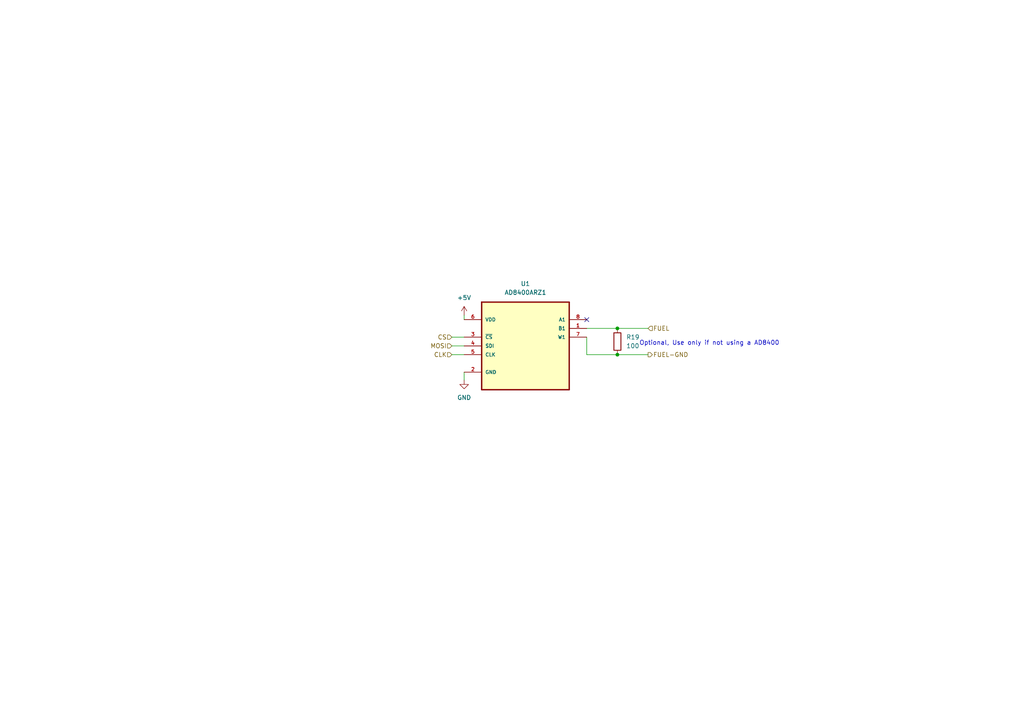
<source format=kicad_sch>
(kicad_sch (version 20230121) (generator eeschema)
  (paper "A4")
  (lib_symbols
    (symbol "AD8400ARZ1:AD8400ARZ1" (pin_names (offset 1.016))
      (property "Reference" "U" (at -4.7244 14.1986 0))
      (property "Value" "AD8400ARZ1" (at -5.6642 11.6586 0))
      (symbol "AD8400ARZ1_0_0"
        (rectangle (start -12.7 -15.24) (end 12.7 10.16) (stroke (width 0.4064)) (fill (type background)))
        (pin passive line (at 17.78 2.54 180) (length 5.08) (name "B1") (number "1"))
        (pin passive line (at -17.78 -10.16 0) (length 5.08) (name "GND") (number "2"))
        (pin input line (at -17.78 0 0) (length 5.08) (name "~{CS}") (number "3"))
        (pin input line (at -17.78 -2.54 0) (length 5.08) (name "SDI") (number "4"))
        (pin input line (at -17.78 -5.08 0) (length 5.08) (name "CLK") (number "5"))
        (pin power_in line (at -17.78 5.08 0) (length 5.08) (name "VDD") (number "6"))
        (pin passive line (at 17.78 0 180) (length 5.08) (name "W1") (number "7"))
        (pin passive line (at 17.78 5.08 180) (length 5.08) (name "A1") (number "8"))
      )
    )
    (symbol "Device:R" (pin_numbers hide) (pin_names (offset 0))
      (property "Reference" "R" (at 2.032 0 90))
      (property "Value" "R" (at 0 0 90))
      (symbol "R_0_1"
        (rectangle (start -1.016 -2.54) (end 1.016 2.54) (stroke (width 0.254)))
      )
      (symbol "R_1_1"
        (pin passive line (at 0 3.81 270) (length 1.27) (name "~") (number "1"))
        (pin passive line (at 0 -3.81 90) (length 1.27) (name "~") (number "2"))
      )
    )
    (symbol "power:+5V" (power) (pin_names (offset 0))
      (property "Value" "+5V" (at 0 3.556 0))
      (symbol "+5V_0_1"
        (polyline (pts (xy -0.762 1.27) (xy 0 2.54)))
        (polyline (pts (xy 0 0) (xy 0 2.54)))
        (polyline (pts (xy 0 2.54) (xy 0.762 1.27)))
      )
      (symbol "+5V_1_1"
        (pin power_in line (at 0 0 90) (length 0) hide (name "+5V") (number "1"))
      )
    )
    (symbol "power:GND" (power) (pin_names (offset 0))
      (property "Value" "GND" (at 0 -3.81 0))
      (symbol "GND_0_1"
        (polyline (pts (xy 0 0) (xy 0 -1.27) (xy 1.27 -1.27) (xy 0 -2.54) (xy -1.27 -1.27) (xy 0 -1.27)))
      )
      (symbol "GND_1_1"
        (pin power_in line (at 0 0 270) (length 0) hide (name "GND") (number "1"))
      )
    )
  )
  (junction (at 179.07 102.87))
  (junction (at 179.07 95.25))
  (no_connect (at 170.18 92.71))
  (wire (pts (xy 131.064 102.87) (xy 134.62 102.87)))
  (wire (pts (xy 134.62 107.95) (xy 134.62 110.236)))
  (wire (pts (xy 131.064 100.33) (xy 134.62 100.33)))
  (wire (pts (xy 179.07 95.25) (xy 187.96 95.25)))
  (wire (pts (xy 170.18 97.79) (xy 170.18 102.87)))
  (wire (pts (xy 179.07 102.87) (xy 187.96 102.87)))
  (wire (pts (xy 170.18 102.87) (xy 179.07 102.87)))
  (wire (pts (xy 131.064 97.79) (xy 134.62 97.79)))
  (wire (pts (xy 170.18 95.25) (xy 179.07 95.25)))
  (wire (pts (xy 134.62 91.44) (xy 134.62 92.71)))
  (text "Optional, Use only if not using a AD8400\n" (at 185.42 100.33 0) (effects (font (size 1.27 1.27)) (justify left bottom)))
  (hierarchical_label "FUEL" (shape input) (at 187.96 95.25 0))
  (hierarchical_label "CS" (shape input) (at 131.064 97.79 180))
  (hierarchical_label "CLK" (shape input) (at 131.064 102.87 180))
  (hierarchical_label "MOSI" (shape input) (at 131.064 100.33 180))
  (hierarchical_label "FUEL-GND" (shape output) (at 187.96 102.87 0))
  (symbol (lib_id "power:+5V") (at 134.62 91.44 0) (unit 1)
    (property "Reference" "#PWR0113" (effects hide))
    (property "Value" "+5V" (at 134.62 86.36 0))
  )
  (symbol (lib_id "AD8400ARZ1:AD8400ARZ1") (at 152.4 97.79 0) (unit 1)
    (property "Reference" "U1" (at 152.4 82.296 0))
    (property "Value" "AD8400ARZ1" (at 152.4 84.836 0))
    (property "Footprint" "Package_SO:SO-8_3.9x4.9mm_P1.27mm" (effects hide))
    (property "OC_FARNELL" "1661082" (effects hide))
    (property "MPN" "AD8400ARZ1" (effects hide))
    (property "PACKAGE" "SOIC-8" (effects hide))
    (property "OC_NEWARK" "19M8905" (effects hide))
    (property "SUPPLIER" "ANALOG DEVICES" (effects hide))
  )
  (symbol (lib_id "power:GND") (at 134.62 110.236 0) (unit 1)
    (property "Reference" "#PWR0114" (effects hide))
    (property "Value" "GND" (at 134.62 115.316 0))
  )
  (symbol (lib_id "Device:R") (at 179.07 99.06 180) (unit 1)
    (property "Reference" "R19" (at 181.61 97.7899 0) (effects (justify right)))
    (property "Value" "100" (at 181.61 100.3299 0) (effects (justify right)))
    (property "Footprint" "Resistor_SMD:R_0805_2012Metric_Pad1.20x1.40mm_HandSolder" (effects hide))
  )
)
</source>
